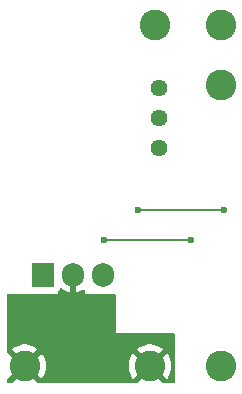
<source format=gbr>
%TF.GenerationSoftware,KiCad,Pcbnew,9.0.0*%
%TF.CreationDate,2025-02-28T18:37:17+01:00*%
%TF.ProjectId,C-Audio HV-CCS,432d4175-6469-46f2-9048-562d4343532e,rev?*%
%TF.SameCoordinates,Original*%
%TF.FileFunction,Copper,L2,Bot*%
%TF.FilePolarity,Positive*%
%FSLAX46Y46*%
G04 Gerber Fmt 4.6, Leading zero omitted, Abs format (unit mm)*
G04 Created by KiCad (PCBNEW 9.0.0) date 2025-02-28 18:37:17*
%MOMM*%
%LPD*%
G01*
G04 APERTURE LIST*
%TA.AperFunction,ComponentPad*%
%ADD10C,1.440000*%
%TD*%
%TA.AperFunction,ComponentPad*%
%ADD11C,2.600000*%
%TD*%
%TA.AperFunction,ComponentPad*%
%ADD12R,1.905000X2.000000*%
%TD*%
%TA.AperFunction,ComponentPad*%
%ADD13O,1.905000X2.000000*%
%TD*%
%TA.AperFunction,ViaPad*%
%ADD14C,0.600000*%
%TD*%
%TA.AperFunction,Conductor*%
%ADD15C,0.200000*%
%TD*%
G04 APERTURE END LIST*
D10*
%TO.P,RV1,1,1*%
%TO.N,/Mu-Follower_out*%
X149800000Y-97750000D03*
%TO.P,RV1,2,2*%
%TO.N,/V-Set*%
X149800000Y-95210000D03*
%TO.P,RV1,3,3*%
X149800000Y-92670001D03*
%TD*%
D11*
%TO.P,J5,1,Pin_1*%
%TO.N,VSS*%
X155000000Y-87350000D03*
%TD*%
%TO.P,J6,1,Pin_1*%
%TO.N,VDD*%
X149000000Y-116200000D03*
%TD*%
%TO.P,J1,1,Pin_1*%
%TO.N,VDD*%
X138400000Y-116200000D03*
%TD*%
%TO.P,J3,1,Pin_1*%
%TO.N,VSS*%
X155000000Y-92450000D03*
%TD*%
%TO.P,J4,1,Pin_1*%
%TO.N,/V-Set*%
X149450000Y-87350000D03*
%TD*%
%TO.P,J2,1,Pin_1*%
%TO.N,/Mu-Follower_out*%
X155000000Y-116200000D03*
%TD*%
D12*
%TO.P,Q2,1,G*%
%TO.N,Net-(D2-A2)*%
X139960000Y-108500000D03*
D13*
%TO.P,Q2,2,D*%
%TO.N,VDD*%
X142500000Y-108500000D03*
%TO.P,Q2,3,S*%
%TO.N,Net-(D2-A1)*%
X145039999Y-108500000D03*
%TD*%
D14*
%TO.N,/Mu-Follower_out*%
X152500000Y-105550000D03*
X145100000Y-105550000D03*
%TO.N,Net-(D1-A2)*%
X155300000Y-103000000D03*
X148000000Y-103000000D03*
%TO.N,VDD*%
X144900000Y-110900000D03*
X142300000Y-110900000D03*
%TD*%
D15*
%TO.N,/Mu-Follower_out*%
X145100000Y-105550000D02*
X152500000Y-105550000D01*
%TO.N,Net-(D1-A2)*%
X148000000Y-103000000D02*
X155300000Y-103000000D01*
%TD*%
%TA.AperFunction,Conductor*%
%TO.N,VDD*%
G36*
X137823978Y-116507890D02*
G01*
X137895112Y-116614351D01*
X137985649Y-116704888D01*
X138092110Y-116776022D01*
X138152512Y-116801041D01*
X137290372Y-117663181D01*
X137263444Y-117677884D01*
X137237626Y-117694477D01*
X137231425Y-117695368D01*
X137229049Y-117696666D01*
X137202691Y-117699500D01*
X137024500Y-117699500D01*
X136957461Y-117679815D01*
X136911706Y-117627011D01*
X136900500Y-117575500D01*
X136900500Y-117397307D01*
X136920185Y-117330268D01*
X136936819Y-117309626D01*
X137798958Y-116447487D01*
X137823978Y-116507890D01*
G37*
%TD.AperFunction*%
%TA.AperFunction,Conductor*%
G36*
X142750000Y-109978508D02*
G01*
X142840128Y-109964234D01*
X143057570Y-109893582D01*
X143261277Y-109789788D01*
X143303113Y-109759392D01*
X143368919Y-109735911D01*
X143436974Y-109751736D01*
X143485669Y-109801841D01*
X143500000Y-109859709D01*
X143500000Y-110100000D01*
X145976000Y-110100000D01*
X146043039Y-110119685D01*
X146088794Y-110172489D01*
X146100000Y-110224000D01*
X146100000Y-113400000D01*
X150976000Y-113400000D01*
X151043039Y-113419685D01*
X151088794Y-113472489D01*
X151100000Y-113524000D01*
X151100000Y-117575500D01*
X151080315Y-117642539D01*
X151027511Y-117688294D01*
X150976000Y-117699500D01*
X150197309Y-117699500D01*
X150130270Y-117679815D01*
X150109628Y-117663181D01*
X149247487Y-116801041D01*
X149307890Y-116776022D01*
X149414351Y-116704888D01*
X149504888Y-116614351D01*
X149576022Y-116507890D01*
X149601041Y-116447488D01*
X150437276Y-117283723D01*
X150437279Y-117283723D01*
X150499850Y-117202181D01*
X150617834Y-116997828D01*
X150617839Y-116997819D01*
X150708129Y-116779837D01*
X150769200Y-116551914D01*
X150799999Y-116317985D01*
X150800000Y-116317971D01*
X150800000Y-116082028D01*
X150799999Y-116082014D01*
X150769200Y-115848085D01*
X150708129Y-115620162D01*
X150617839Y-115402180D01*
X150617834Y-115402171D01*
X150499855Y-115197828D01*
X150499854Y-115197827D01*
X150437277Y-115116275D01*
X149601041Y-115952511D01*
X149576022Y-115892110D01*
X149504888Y-115785649D01*
X149414351Y-115695112D01*
X149307890Y-115623978D01*
X149247488Y-115598958D01*
X150083723Y-114762721D01*
X150002172Y-114700145D01*
X150002171Y-114700144D01*
X149797828Y-114582165D01*
X149797819Y-114582160D01*
X149579836Y-114491870D01*
X149579838Y-114491870D01*
X149351914Y-114430799D01*
X149117985Y-114400000D01*
X148882014Y-114400000D01*
X148648085Y-114430799D01*
X148420162Y-114491870D01*
X148202180Y-114582160D01*
X148202171Y-114582165D01*
X147997828Y-114700144D01*
X147997818Y-114700150D01*
X147916275Y-114762720D01*
X147916275Y-114762721D01*
X148752512Y-115598958D01*
X148692110Y-115623978D01*
X148585649Y-115695112D01*
X148495112Y-115785649D01*
X148423978Y-115892110D01*
X148398958Y-115952511D01*
X147562721Y-115116275D01*
X147562720Y-115116275D01*
X147500150Y-115197818D01*
X147500144Y-115197828D01*
X147382165Y-115402171D01*
X147382160Y-115402180D01*
X147291870Y-115620162D01*
X147230799Y-115848085D01*
X147200000Y-116082014D01*
X147200000Y-116317985D01*
X147230799Y-116551914D01*
X147291870Y-116779837D01*
X147382160Y-116997819D01*
X147382165Y-116997828D01*
X147500144Y-117202171D01*
X147500145Y-117202172D01*
X147562721Y-117283723D01*
X148398958Y-116447487D01*
X148423978Y-116507890D01*
X148495112Y-116614351D01*
X148585649Y-116704888D01*
X148692110Y-116776022D01*
X148752512Y-116801041D01*
X147890372Y-117663181D01*
X147829049Y-117696666D01*
X147802691Y-117699500D01*
X139597309Y-117699500D01*
X139530270Y-117679815D01*
X139509628Y-117663181D01*
X138647487Y-116801041D01*
X138707890Y-116776022D01*
X138814351Y-116704888D01*
X138904888Y-116614351D01*
X138976022Y-116507890D01*
X139001041Y-116447488D01*
X139837276Y-117283723D01*
X139837279Y-117283723D01*
X139899850Y-117202181D01*
X140017834Y-116997828D01*
X140017839Y-116997819D01*
X140108129Y-116779837D01*
X140169200Y-116551914D01*
X140199999Y-116317985D01*
X140200000Y-116317971D01*
X140200000Y-116082028D01*
X140199999Y-116082014D01*
X140169200Y-115848085D01*
X140108129Y-115620162D01*
X140017839Y-115402180D01*
X140017834Y-115402171D01*
X139899855Y-115197828D01*
X139899854Y-115197827D01*
X139837277Y-115116275D01*
X139001041Y-115952511D01*
X138976022Y-115892110D01*
X138904888Y-115785649D01*
X138814351Y-115695112D01*
X138707890Y-115623978D01*
X138647488Y-115598958D01*
X139483723Y-114762721D01*
X139402172Y-114700145D01*
X139402171Y-114700144D01*
X139197828Y-114582165D01*
X139197819Y-114582160D01*
X138979836Y-114491870D01*
X138979838Y-114491870D01*
X138751914Y-114430799D01*
X138517985Y-114400000D01*
X138282014Y-114400000D01*
X138048085Y-114430799D01*
X137820162Y-114491870D01*
X137602180Y-114582160D01*
X137602171Y-114582165D01*
X137397828Y-114700144D01*
X137397818Y-114700150D01*
X137316275Y-114762720D01*
X137316275Y-114762721D01*
X138152512Y-115598958D01*
X138092110Y-115623978D01*
X137985649Y-115695112D01*
X137895112Y-115785649D01*
X137823978Y-115892110D01*
X137798958Y-115952512D01*
X136936819Y-115090373D01*
X136922115Y-115063445D01*
X136905523Y-115037627D01*
X136904631Y-115031426D01*
X136903334Y-115029050D01*
X136900500Y-115002692D01*
X136900500Y-110224000D01*
X136920185Y-110156961D01*
X136972989Y-110111206D01*
X137024500Y-110100000D01*
X141200000Y-110100000D01*
X141200000Y-109972051D01*
X141219685Y-109905012D01*
X141249685Y-109872787D01*
X141270046Y-109857546D01*
X141356296Y-109742331D01*
X141366872Y-109713974D01*
X141408740Y-109658041D01*
X141474204Y-109633622D01*
X141542477Y-109648472D01*
X141555940Y-109656988D01*
X141738723Y-109789788D01*
X141942429Y-109893582D01*
X142159871Y-109964234D01*
X142250000Y-109978509D01*
X142250000Y-108990747D01*
X142287708Y-109012518D01*
X142427591Y-109050000D01*
X142572409Y-109050000D01*
X142712292Y-109012518D01*
X142750000Y-108990747D01*
X142750000Y-109978508D01*
G37*
%TD.AperFunction*%
%TD*%
M02*

</source>
